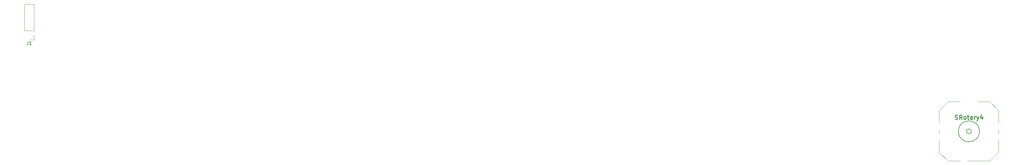
<source format=gto>
G04 #@! TF.GenerationSoftware,KiCad,Pcbnew,(5.1.5)-3*
G04 #@! TF.CreationDate,2020-03-25T22:32:38+08:00*
G04 #@! TF.ProjectId,PCB Design,50434220-4465-4736-9967-6e2e6b696361,rev?*
G04 #@! TF.SameCoordinates,Original*
G04 #@! TF.FileFunction,Legend,Top*
G04 #@! TF.FilePolarity,Positive*
%FSLAX46Y46*%
G04 Gerber Fmt 4.6, Leading zero omitted, Abs format (unit mm)*
G04 Created by KiCad (PCBNEW (5.1.5)-3) date 2020-03-25 22:32:38*
%MOMM*%
%LPD*%
G04 APERTURE LIST*
%ADD10C,0.150000*%
%ADD11C,0.100000*%
%ADD12C,0.120000*%
%ADD13C,0.254000*%
%ADD14O,1.802000X1.802000*%
%ADD15R,1.802000X1.802000*%
%ADD16C,4.089800*%
%ADD17C,1.852000*%
%ADD18C,3.150000*%
%ADD19O,1.802000X2.802000*%
%ADD20C,1.202000*%
%ADD21C,1.602000*%
G04 APERTURE END LIST*
D10*
X319794607Y-55562500D02*
G75*
G03X319794607Y-55562500I-707107J0D01*
G01*
X322087500Y-55562500D02*
G75*
G03X322087500Y-55562500I-3000000J0D01*
G01*
D11*
X327587500Y-55062500D02*
X327587500Y-56062500D01*
X310587500Y-55062500D02*
X310587500Y-56062500D01*
X327587500Y-61562500D02*
X327587500Y-58062500D01*
X325087500Y-64062500D02*
X327587500Y-61562500D01*
X318587500Y-64062500D02*
X325087500Y-64062500D01*
X313087500Y-64062500D02*
X316587500Y-64062500D01*
X310587500Y-61562500D02*
X313087500Y-64062500D01*
X310587500Y-58062500D02*
X310587500Y-61562500D01*
X327587500Y-49562500D02*
X327587500Y-53062500D01*
X325087500Y-47062500D02*
X327587500Y-49562500D01*
X321587500Y-47062500D02*
X325087500Y-47062500D01*
X313087500Y-47062500D02*
X316587500Y-47062500D01*
X310587500Y-49562500D02*
X313087500Y-47062500D01*
X310587500Y-53062500D02*
X310587500Y-49562500D01*
D12*
X50860000Y-29270000D02*
X49530000Y-29270000D01*
X50860000Y-27940000D02*
X50860000Y-29270000D01*
X50860000Y-26670000D02*
X48200000Y-26670000D01*
X48200000Y-26670000D02*
X48200000Y-18990000D01*
X50860000Y-26670000D02*
X50860000Y-18990000D01*
X50860000Y-18990000D02*
X48200000Y-18990000D01*
D13*
X315096071Y-52076547D02*
X315277500Y-52137023D01*
X315579880Y-52137023D01*
X315700833Y-52076547D01*
X315761309Y-52016071D01*
X315821785Y-51895119D01*
X315821785Y-51774166D01*
X315761309Y-51653214D01*
X315700833Y-51592738D01*
X315579880Y-51532261D01*
X315337976Y-51471785D01*
X315217023Y-51411309D01*
X315156547Y-51350833D01*
X315096071Y-51229880D01*
X315096071Y-51108928D01*
X315156547Y-50987976D01*
X315217023Y-50927500D01*
X315337976Y-50867023D01*
X315640357Y-50867023D01*
X315821785Y-50927500D01*
X317091785Y-52137023D02*
X316668452Y-51532261D01*
X316366071Y-52137023D02*
X316366071Y-50867023D01*
X316849880Y-50867023D01*
X316970833Y-50927500D01*
X317031309Y-50987976D01*
X317091785Y-51108928D01*
X317091785Y-51290357D01*
X317031309Y-51411309D01*
X316970833Y-51471785D01*
X316849880Y-51532261D01*
X316366071Y-51532261D01*
X317817500Y-52137023D02*
X317696547Y-52076547D01*
X317636071Y-52016071D01*
X317575595Y-51895119D01*
X317575595Y-51532261D01*
X317636071Y-51411309D01*
X317696547Y-51350833D01*
X317817500Y-51290357D01*
X317998928Y-51290357D01*
X318119880Y-51350833D01*
X318180357Y-51411309D01*
X318240833Y-51532261D01*
X318240833Y-51895119D01*
X318180357Y-52016071D01*
X318119880Y-52076547D01*
X317998928Y-52137023D01*
X317817500Y-52137023D01*
X318603690Y-51290357D02*
X319087500Y-51290357D01*
X318785119Y-50867023D02*
X318785119Y-51955595D01*
X318845595Y-52076547D01*
X318966547Y-52137023D01*
X319087500Y-52137023D01*
X320055119Y-52137023D02*
X320055119Y-51471785D01*
X319994642Y-51350833D01*
X319873690Y-51290357D01*
X319631785Y-51290357D01*
X319510833Y-51350833D01*
X320055119Y-52076547D02*
X319934166Y-52137023D01*
X319631785Y-52137023D01*
X319510833Y-52076547D01*
X319450357Y-51955595D01*
X319450357Y-51834642D01*
X319510833Y-51713690D01*
X319631785Y-51653214D01*
X319934166Y-51653214D01*
X320055119Y-51592738D01*
X320659880Y-52137023D02*
X320659880Y-51290357D01*
X320659880Y-51532261D02*
X320720357Y-51411309D01*
X320780833Y-51350833D01*
X320901785Y-51290357D01*
X321022738Y-51290357D01*
X321325119Y-51290357D02*
X321627500Y-52137023D01*
X321929880Y-51290357D02*
X321627500Y-52137023D01*
X321506547Y-52439404D01*
X321446071Y-52499880D01*
X321325119Y-52560357D01*
X322957976Y-51290357D02*
X322957976Y-52137023D01*
X322655595Y-50806547D02*
X322353214Y-51713690D01*
X323139404Y-51713690D01*
D10*
X49196666Y-29722380D02*
X49196666Y-30436666D01*
X49149047Y-30579523D01*
X49053809Y-30674761D01*
X48910952Y-30722380D01*
X48815714Y-30722380D01*
X50196666Y-30722380D02*
X49625238Y-30722380D01*
X49910952Y-30722380D02*
X49910952Y-29722380D01*
X49815714Y-29865238D01*
X49720476Y-29960476D01*
X49625238Y-30008095D01*
%LPC*%
D14*
X106680000Y-23241000D03*
X109220000Y-23241000D03*
X106680000Y-25781000D03*
X109220000Y-25781000D03*
X106680000Y-28321000D03*
D15*
X109220000Y-28321000D03*
D16*
X66675000Y-84137500D03*
D17*
X61595000Y-84137500D03*
X71755000Y-84137500D03*
D16*
X214312500Y-65087500D03*
D17*
X209232500Y-65087500D03*
X219392500Y-65087500D03*
D16*
X154781250Y-122237500D03*
D17*
X149701250Y-122237500D03*
X159861250Y-122237500D03*
D18*
X104781350Y-129222500D03*
X204781150Y-129222500D03*
D16*
X104781350Y-113982500D03*
X204781150Y-113982500D03*
X295275000Y-107950000D03*
D17*
X290195000Y-107950000D03*
X300355000Y-107950000D03*
D16*
X45243750Y-103187500D03*
D17*
X40163750Y-103187500D03*
X50323750Y-103187500D03*
D18*
X33337500Y-96202500D03*
X57150000Y-96202500D03*
D16*
X33337500Y-111442500D03*
X57150000Y-111442500D03*
X295275000Y-65087500D03*
D17*
X290195000Y-65087500D03*
X300355000Y-65087500D03*
D16*
X204787500Y-46037500D03*
D17*
X199707500Y-46037500D03*
X209867500Y-46037500D03*
D16*
X128587500Y-46037500D03*
D17*
X123507500Y-46037500D03*
X133667500Y-46037500D03*
D16*
X109537500Y-46037500D03*
D17*
X104457500Y-46037500D03*
X114617500Y-46037500D03*
D16*
X90487500Y-46037500D03*
D17*
X85407500Y-46037500D03*
X95567500Y-46037500D03*
D16*
X33337500Y-46037500D03*
D17*
X28257500Y-46037500D03*
X38417500Y-46037500D03*
D16*
X61912500Y-65087500D03*
D17*
X56832500Y-65087500D03*
X66992500Y-65087500D03*
D16*
X38100000Y-65087500D03*
D17*
X33020000Y-65087500D03*
X43180000Y-65087500D03*
D16*
X166687500Y-46037500D03*
D17*
X161607500Y-46037500D03*
X171767500Y-46037500D03*
D16*
X269081250Y-103187500D03*
D17*
X264001250Y-103187500D03*
X274161250Y-103187500D03*
D16*
X226218750Y-122237500D03*
D17*
X221138750Y-122237500D03*
X231298750Y-122237500D03*
D19*
X165260000Y-14224000D03*
X172560000Y-14224000D03*
X172560000Y-18724000D03*
X165260000Y-18724000D03*
D20*
X315287500Y-57062500D03*
D21*
X311287500Y-57062500D03*
X311287500Y-54062500D03*
X317587500Y-47762500D03*
X318087500Y-49782500D03*
X320587500Y-47762500D03*
X326887500Y-54062500D03*
X326887500Y-57062500D03*
X325947500Y-59312500D03*
X320087500Y-62542500D03*
X317587500Y-63362500D03*
D16*
X59531250Y-122237500D03*
D17*
X54451250Y-122237500D03*
X64611250Y-122237500D03*
D16*
X314325000Y-127000000D03*
D17*
X309245000Y-127000000D03*
X319405000Y-127000000D03*
D16*
X276225000Y-127000000D03*
D17*
X271145000Y-127000000D03*
X281305000Y-127000000D03*
D16*
X35718750Y-122237500D03*
D17*
X30638750Y-122237500D03*
X40798750Y-122237500D03*
D16*
X83343750Y-122237500D03*
D17*
X78263750Y-122237500D03*
X88423750Y-122237500D03*
D16*
X250031250Y-122237500D03*
D17*
X244951250Y-122237500D03*
X255111250Y-122237500D03*
D16*
X295275000Y-127000000D03*
D17*
X290195000Y-127000000D03*
X300355000Y-127000000D03*
D16*
X76200000Y-103187500D03*
D17*
X71120000Y-103187500D03*
X81280000Y-103187500D03*
D16*
X95250000Y-103187500D03*
D17*
X90170000Y-103187500D03*
X100330000Y-103187500D03*
D16*
X133350000Y-103187500D03*
D17*
X128270000Y-103187500D03*
X138430000Y-103187500D03*
D16*
X247650000Y-103187500D03*
D17*
X242570000Y-103187500D03*
X252730000Y-103187500D03*
D16*
X228600000Y-103187500D03*
D17*
X223520000Y-103187500D03*
X233680000Y-103187500D03*
D16*
X171450000Y-103187500D03*
D17*
X166370000Y-103187500D03*
X176530000Y-103187500D03*
D16*
X190500000Y-103187500D03*
D17*
X185420000Y-103187500D03*
X195580000Y-103187500D03*
D16*
X209550000Y-103187500D03*
D17*
X204470000Y-103187500D03*
X214630000Y-103187500D03*
D16*
X114300000Y-103187500D03*
D17*
X109220000Y-103187500D03*
X119380000Y-103187500D03*
D16*
X152400000Y-103187500D03*
D17*
X147320000Y-103187500D03*
X157480000Y-103187500D03*
D16*
X85725000Y-84137500D03*
D17*
X80645000Y-84137500D03*
X90805000Y-84137500D03*
D16*
X219075000Y-84137500D03*
D17*
X213995000Y-84137500D03*
X224155000Y-84137500D03*
D16*
X200025000Y-84137500D03*
D17*
X194945000Y-84137500D03*
X205105000Y-84137500D03*
D16*
X180975000Y-84137500D03*
D17*
X175895000Y-84137500D03*
X186055000Y-84137500D03*
D16*
X161925000Y-84137500D03*
D17*
X156845000Y-84137500D03*
X167005000Y-84137500D03*
D16*
X142875000Y-84137500D03*
D17*
X137795000Y-84137500D03*
X147955000Y-84137500D03*
D16*
X123825000Y-84137500D03*
D17*
X118745000Y-84137500D03*
X128905000Y-84137500D03*
D16*
X288131250Y-84137500D03*
D17*
X283051250Y-84137500D03*
X293211250Y-84137500D03*
D18*
X276225000Y-77152500D03*
X300037500Y-77152500D03*
D16*
X276225000Y-92392500D03*
X300037500Y-92392500D03*
X104775000Y-84137500D03*
D17*
X99695000Y-84137500D03*
X109855000Y-84137500D03*
D16*
X40481250Y-84137500D03*
D17*
X35401250Y-84137500D03*
X45561250Y-84137500D03*
D16*
X257175000Y-84137500D03*
D17*
X252095000Y-84137500D03*
X262255000Y-84137500D03*
D16*
X238125000Y-84137500D03*
D17*
X233045000Y-84137500D03*
X243205000Y-84137500D03*
D16*
X157162500Y-65087500D03*
D17*
X152082500Y-65087500D03*
X162242500Y-65087500D03*
D16*
X80962500Y-65087500D03*
D17*
X75882500Y-65087500D03*
X86042500Y-65087500D03*
D16*
X176212500Y-65087500D03*
D17*
X171132500Y-65087500D03*
X181292500Y-65087500D03*
D16*
X138112500Y-65087500D03*
D17*
X133032500Y-65087500D03*
X143192500Y-65087500D03*
D16*
X119062500Y-65087500D03*
D17*
X113982500Y-65087500D03*
X124142500Y-65087500D03*
D16*
X233362500Y-65087500D03*
D17*
X228282500Y-65087500D03*
X238442500Y-65087500D03*
D16*
X195262500Y-65087500D03*
D17*
X190182500Y-65087500D03*
X200342500Y-65087500D03*
D16*
X100012500Y-65087500D03*
D17*
X94932500Y-65087500D03*
X105092500Y-65087500D03*
D16*
X271462500Y-65087500D03*
D17*
X266382500Y-65087500D03*
X276542500Y-65087500D03*
D16*
X252412500Y-65087500D03*
D17*
X247332500Y-65087500D03*
X257492500Y-65087500D03*
D16*
X242887500Y-46037500D03*
D17*
X237807500Y-46037500D03*
X247967500Y-46037500D03*
D16*
X290512500Y-46037500D03*
D17*
X285432500Y-46037500D03*
X295592500Y-46037500D03*
D18*
X278606250Y-39052500D03*
X302418750Y-39052500D03*
D16*
X278606250Y-54292500D03*
X302418750Y-54292500D03*
X261937500Y-46037500D03*
D17*
X256857500Y-46037500D03*
X267017500Y-46037500D03*
D16*
X185737500Y-46037500D03*
D17*
X180657500Y-46037500D03*
X190817500Y-46037500D03*
D16*
X147637500Y-46037500D03*
D17*
X142557500Y-46037500D03*
X152717500Y-46037500D03*
D16*
X71437500Y-46037500D03*
D17*
X66357500Y-46037500D03*
X76517500Y-46037500D03*
D16*
X52387500Y-46037500D03*
D17*
X47307500Y-46037500D03*
X57467500Y-46037500D03*
D16*
X223837500Y-46037500D03*
D17*
X218757500Y-46037500D03*
X228917500Y-46037500D03*
D14*
X49530000Y-20320000D03*
X49530000Y-22860000D03*
X49530000Y-25400000D03*
D15*
X49530000Y-27940000D03*
M02*

</source>
